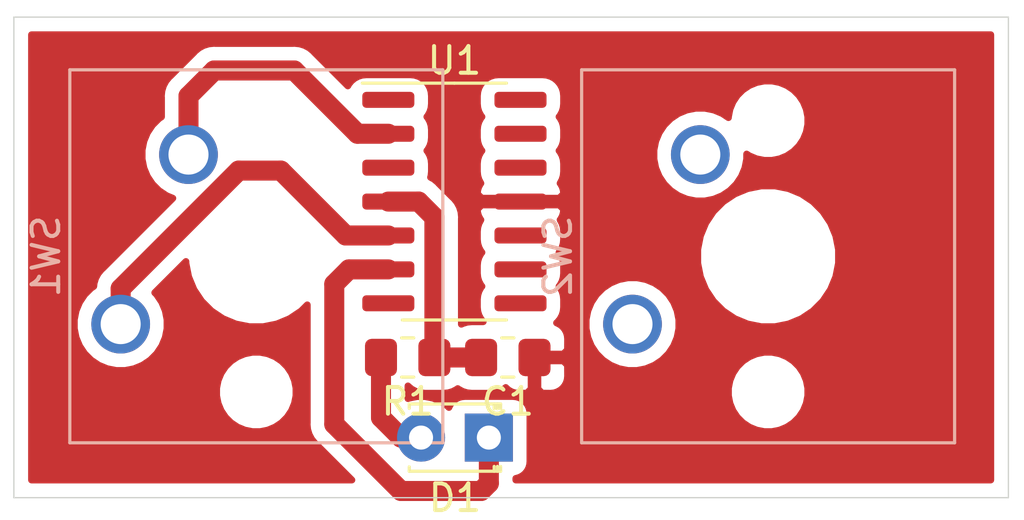
<source format=kicad_pcb>
(kicad_pcb (version 20171130) (host pcbnew "(5.1.9)-1")

  (general
    (thickness 1.6)
    (drawings 4)
    (tracks 24)
    (zones 0)
    (modules 6)
    (nets 18)
  )

  (page A4)
  (layers
    (0 F.Cu signal)
    (31 B.Cu signal)
    (32 B.Adhes user)
    (33 F.Adhes user)
    (34 B.Paste user)
    (35 F.Paste user)
    (36 B.SilkS user)
    (37 F.SilkS user)
    (38 B.Mask user)
    (39 F.Mask user)
    (40 Dwgs.User user)
    (41 Cmts.User user)
    (42 Eco1.User user)
    (43 Eco2.User user)
    (44 Edge.Cuts user)
    (45 Margin user)
    (46 B.CrtYd user)
    (47 F.CrtYd user)
    (48 B.Fab user)
    (49 F.Fab user)
  )

  (setup
    (last_trace_width 0.75)
    (user_trace_width 0.5)
    (user_trace_width 0.75)
    (user_trace_width 1)
    (trace_clearance 0.2)
    (zone_clearance 0.508)
    (zone_45_only no)
    (trace_min 0.2)
    (via_size 0.8)
    (via_drill 0.4)
    (via_min_size 0.4)
    (via_min_drill 0.3)
    (uvia_size 0.3)
    (uvia_drill 0.1)
    (uvias_allowed no)
    (uvia_min_size 0.2)
    (uvia_min_drill 0.1)
    (edge_width 0.05)
    (segment_width 0.2)
    (pcb_text_width 0.3)
    (pcb_text_size 1.5 1.5)
    (mod_edge_width 0.12)
    (mod_text_size 1 1)
    (mod_text_width 0.15)
    (pad_size 1.524 1.524)
    (pad_drill 0.762)
    (pad_to_mask_clearance 0)
    (aux_axis_origin 0 0)
    (visible_elements FFFFFF7F)
    (pcbplotparams
      (layerselection 0x01000_7fffffff)
      (usegerberextensions false)
      (usegerberattributes true)
      (usegerberadvancedattributes true)
      (creategerberjobfile true)
      (excludeedgelayer true)
      (linewidth 0.100000)
      (plotframeref false)
      (viasonmask false)
      (mode 1)
      (useauxorigin false)
      (hpglpennumber 1)
      (hpglpenspeed 20)
      (hpglpendiameter 15.000000)
      (psnegative false)
      (psa4output false)
      (plotreference true)
      (plotvalue true)
      (plotinvisibletext false)
      (padsonsilk false)
      (subtractmaskfromsilk false)
      (outputformat 1)
      (mirror false)
      (drillshape 0)
      (scaleselection 1)
      (outputdirectory ""))
  )

  (net 0 "")
  (net 1 +5V)
  (net 2 GND)
  (net 3 "Net-(D1-Pad2)")
  (net 4 "Net-(D1-Pad1)")
  (net 5 "Net-(U1-Pad14)")
  (net 6 "Net-(U1-Pad13)")
  (net 7 "Net-(U1-Pad12)")
  (net 8 "Net-(U1-Pad10)")
  (net 9 "Net-(U1-Pad9)")
  (net 10 "Net-(U1-Pad8)")
  (net 11 "Net-(U1-Pad7)")
  (net 12 "Net-(U1-Pad3)")
  (net 13 "Net-(U1-Pad1)")
  (net 14 "Net-(SW1-Pad2)")
  (net 15 "Net-(SW1-Pad1)")
  (net 16 "Net-(SW2-Pad2)")
  (net 17 "Net-(SW2-Pad1)")

  (net_class Default "This is the default net class."
    (clearance 0.2)
    (trace_width 0.25)
    (via_dia 0.8)
    (via_drill 0.4)
    (uvia_dia 0.3)
    (uvia_drill 0.1)
    (add_net +5V)
    (add_net GND)
    (add_net "Net-(D1-Pad1)")
    (add_net "Net-(D1-Pad2)")
    (add_net "Net-(SW1-Pad1)")
    (add_net "Net-(SW1-Pad2)")
    (add_net "Net-(SW2-Pad1)")
    (add_net "Net-(SW2-Pad2)")
    (add_net "Net-(U1-Pad1)")
    (add_net "Net-(U1-Pad10)")
    (add_net "Net-(U1-Pad12)")
    (add_net "Net-(U1-Pad13)")
    (add_net "Net-(U1-Pad14)")
    (add_net "Net-(U1-Pad3)")
    (add_net "Net-(U1-Pad7)")
    (add_net "Net-(U1-Pad8)")
    (add_net "Net-(U1-Pad9)")
  )

  (module Button_Switch_Keyboard:SW_Cherry_MX_1.00u_PCB (layer B.Cu) (tedit 5A02FE24) (tstamp 602C72E1)
    (at 83.92 54 270)
    (descr "Cherry MX keyswitch, 1.00u, PCB mount, http://cherryamericas.com/wp-content/uploads/2014/12/mx_cat.pdf")
    (tags "Cherry MX keyswitch 1.00u PCB")
    (path /602DC31A)
    (fp_text reference SW2 (at -2.54 2.794 270) (layer B.SilkS)
      (effects (font (size 1 1) (thickness 0.15)) (justify mirror))
    )
    (fp_text value SW_SPST (at -2.54 -12.954 270) (layer B.Fab)
      (effects (font (size 1 1) (thickness 0.15)) (justify mirror))
    )
    (fp_text user %R (at -2.54 2.794 270) (layer B.Fab)
      (effects (font (size 1 1) (thickness 0.15)) (justify mirror))
    )
    (fp_line (start -8.89 1.27) (end 3.81 1.27) (layer B.Fab) (width 0.1))
    (fp_line (start 3.81 1.27) (end 3.81 -11.43) (layer B.Fab) (width 0.1))
    (fp_line (start 3.81 -11.43) (end -8.89 -11.43) (layer B.Fab) (width 0.1))
    (fp_line (start -8.89 -11.43) (end -8.89 1.27) (layer B.Fab) (width 0.1))
    (fp_line (start -9.14 -11.68) (end -9.14 1.52) (layer B.CrtYd) (width 0.05))
    (fp_line (start 4.06 -11.68) (end -9.14 -11.68) (layer B.CrtYd) (width 0.05))
    (fp_line (start 4.06 1.52) (end 4.06 -11.68) (layer B.CrtYd) (width 0.05))
    (fp_line (start -9.14 1.52) (end 4.06 1.52) (layer B.CrtYd) (width 0.05))
    (fp_line (start -12.065 4.445) (end 6.985 4.445) (layer Dwgs.User) (width 0.15))
    (fp_line (start 6.985 4.445) (end 6.985 -14.605) (layer Dwgs.User) (width 0.15))
    (fp_line (start 6.985 -14.605) (end -12.065 -14.605) (layer Dwgs.User) (width 0.15))
    (fp_line (start -12.065 -14.605) (end -12.065 4.445) (layer Dwgs.User) (width 0.15))
    (fp_line (start -9.525 1.905) (end 4.445 1.905) (layer B.SilkS) (width 0.12))
    (fp_line (start 4.445 1.905) (end 4.445 -12.065) (layer B.SilkS) (width 0.12))
    (fp_line (start 4.445 -12.065) (end -9.525 -12.065) (layer B.SilkS) (width 0.12))
    (fp_line (start -9.525 -12.065) (end -9.525 1.905) (layer B.SilkS) (width 0.12))
    (pad "" np_thru_hole circle (at 2.54 -5.08 270) (size 1.7 1.7) (drill 1.7) (layers *.Cu *.Mask))
    (pad "" np_thru_hole circle (at -7.62 -5.08 270) (size 1.7 1.7) (drill 1.7) (layers *.Cu *.Mask))
    (pad "" np_thru_hole circle (at -2.54 -5.08 270) (size 4 4) (drill 4) (layers *.Cu *.Mask))
    (pad 2 thru_hole circle (at -6.35 -2.54 270) (size 2.2 2.2) (drill 1.5) (layers *.Cu *.Mask)
      (net 16 "Net-(SW2-Pad2)"))
    (pad 1 thru_hole circle (at 0 0 270) (size 2.2 2.2) (drill 1.5) (layers *.Cu *.Mask)
      (net 17 "Net-(SW2-Pad1)"))
    (model ${KISYS3DMOD}/Button_Switch_Keyboard.3dshapes/SW_Cherry_MX_1.00u_PCB.wrl
      (at (xyz 0 0 0))
      (scale (xyz 1 1 1))
      (rotate (xyz 0 0 0))
    )
  )

  (module Button_Switch_Keyboard:SW_Cherry_MX_1.00u_PCB (layer B.Cu) (tedit 5A02FE24) (tstamp 602C72C7)
    (at 64.75 54 270)
    (descr "Cherry MX keyswitch, 1.00u, PCB mount, http://cherryamericas.com/wp-content/uploads/2014/12/mx_cat.pdf")
    (tags "Cherry MX keyswitch 1.00u PCB")
    (path /602D2E53)
    (fp_text reference SW1 (at -2.54 2.794 270) (layer B.SilkS)
      (effects (font (size 1 1) (thickness 0.15)) (justify mirror))
    )
    (fp_text value SW_SPST (at -2.54 -12.954 270) (layer B.Fab)
      (effects (font (size 1 1) (thickness 0.15)) (justify mirror))
    )
    (fp_text user %R (at -2.54 2.794 270) (layer B.Fab)
      (effects (font (size 1 1) (thickness 0.15)) (justify mirror))
    )
    (fp_line (start -8.89 1.27) (end 3.81 1.27) (layer B.Fab) (width 0.1))
    (fp_line (start 3.81 1.27) (end 3.81 -11.43) (layer B.Fab) (width 0.1))
    (fp_line (start 3.81 -11.43) (end -8.89 -11.43) (layer B.Fab) (width 0.1))
    (fp_line (start -8.89 -11.43) (end -8.89 1.27) (layer B.Fab) (width 0.1))
    (fp_line (start -9.14 -11.68) (end -9.14 1.52) (layer B.CrtYd) (width 0.05))
    (fp_line (start 4.06 -11.68) (end -9.14 -11.68) (layer B.CrtYd) (width 0.05))
    (fp_line (start 4.06 1.52) (end 4.06 -11.68) (layer B.CrtYd) (width 0.05))
    (fp_line (start -9.14 1.52) (end 4.06 1.52) (layer B.CrtYd) (width 0.05))
    (fp_line (start -12.065 4.445) (end 6.985 4.445) (layer Dwgs.User) (width 0.15))
    (fp_line (start 6.985 4.445) (end 6.985 -14.605) (layer Dwgs.User) (width 0.15))
    (fp_line (start 6.985 -14.605) (end -12.065 -14.605) (layer Dwgs.User) (width 0.15))
    (fp_line (start -12.065 -14.605) (end -12.065 4.445) (layer Dwgs.User) (width 0.15))
    (fp_line (start -9.525 1.905) (end 4.445 1.905) (layer B.SilkS) (width 0.12))
    (fp_line (start 4.445 1.905) (end 4.445 -12.065) (layer B.SilkS) (width 0.12))
    (fp_line (start 4.445 -12.065) (end -9.525 -12.065) (layer B.SilkS) (width 0.12))
    (fp_line (start -9.525 -12.065) (end -9.525 1.905) (layer B.SilkS) (width 0.12))
    (pad "" np_thru_hole circle (at 2.54 -5.08 270) (size 1.7 1.7) (drill 1.7) (layers *.Cu *.Mask))
    (pad "" np_thru_hole circle (at -7.62 -5.08 270) (size 1.7 1.7) (drill 1.7) (layers *.Cu *.Mask))
    (pad "" np_thru_hole circle (at -2.54 -5.08 270) (size 4 4) (drill 4) (layers *.Cu *.Mask))
    (pad 2 thru_hole circle (at -6.35 -2.54 270) (size 2.2 2.2) (drill 1.5) (layers *.Cu *.Mask)
      (net 14 "Net-(SW1-Pad2)"))
    (pad 1 thru_hole circle (at 0 0 270) (size 2.2 2.2) (drill 1.5) (layers *.Cu *.Mask)
      (net 15 "Net-(SW1-Pad1)"))
    (model ${KISYS3DMOD}/Button_Switch_Keyboard.3dshapes/SW_Cherry_MX_1.00u_PCB.wrl
      (at (xyz 0 0 0))
      (scale (xyz 1 1 1))
      (rotate (xyz 0 0 0))
    )
  )

  (module Resistor_SMD:R_0805_2012Metric_Pad1.20x1.40mm_HandSolder (layer F.Cu) (tedit 5F68FEEE) (tstamp 602C0EA9)
    (at 75.5 55.25 180)
    (descr "Resistor SMD 0805 (2012 Metric), square (rectangular) end terminal, IPC_7351 nominal with elongated pad for handsoldering. (Body size source: IPC-SM-782 page 72, https://www.pcb-3d.com/wordpress/wp-content/uploads/ipc-sm-782a_amendment_1_and_2.pdf), generated with kicad-footprint-generator")
    (tags "resistor handsolder")
    (path /602C485A)
    (attr smd)
    (fp_text reference R1 (at 0 -1.65) (layer F.SilkS)
      (effects (font (size 1 1) (thickness 0.15)))
    )
    (fp_text value R (at 0 1.65) (layer F.Fab)
      (effects (font (size 1 1) (thickness 0.15)))
    )
    (fp_text user %R (at 0 0) (layer F.Fab)
      (effects (font (size 0.5 0.5) (thickness 0.08)))
    )
    (fp_line (start -1 0.625) (end -1 -0.625) (layer F.Fab) (width 0.1))
    (fp_line (start -1 -0.625) (end 1 -0.625) (layer F.Fab) (width 0.1))
    (fp_line (start 1 -0.625) (end 1 0.625) (layer F.Fab) (width 0.1))
    (fp_line (start 1 0.625) (end -1 0.625) (layer F.Fab) (width 0.1))
    (fp_line (start -0.227064 -0.735) (end 0.227064 -0.735) (layer F.SilkS) (width 0.12))
    (fp_line (start -0.227064 0.735) (end 0.227064 0.735) (layer F.SilkS) (width 0.12))
    (fp_line (start -1.85 0.95) (end -1.85 -0.95) (layer F.CrtYd) (width 0.05))
    (fp_line (start -1.85 -0.95) (end 1.85 -0.95) (layer F.CrtYd) (width 0.05))
    (fp_line (start 1.85 -0.95) (end 1.85 0.95) (layer F.CrtYd) (width 0.05))
    (fp_line (start 1.85 0.95) (end -1.85 0.95) (layer F.CrtYd) (width 0.05))
    (pad 2 smd roundrect (at 1 0 180) (size 1.2 1.4) (layers F.Cu F.Paste F.Mask) (roundrect_rratio 0.2083325)
      (net 3 "Net-(D1-Pad2)"))
    (pad 1 smd roundrect (at -1 0 180) (size 1.2 1.4) (layers F.Cu F.Paste F.Mask) (roundrect_rratio 0.2083325)
      (net 1 +5V))
    (model ${KISYS3DMOD}/Resistor_SMD.3dshapes/R_0805_2012Metric.wrl
      (at (xyz 0 0 0))
      (scale (xyz 1 1 1))
      (rotate (xyz 0 0 0))
    )
  )

  (module Resistor_SMD:R_0805_2012Metric_Pad1.20x1.40mm_HandSolder (layer F.Cu) (tedit 5F68FEEE) (tstamp 602C0E17)
    (at 79.25 55.25 180)
    (descr "Resistor SMD 0805 (2012 Metric), square (rectangular) end terminal, IPC_7351 nominal with elongated pad for handsoldering. (Body size source: IPC-SM-782 page 72, https://www.pcb-3d.com/wordpress/wp-content/uploads/ipc-sm-782a_amendment_1_and_2.pdf), generated with kicad-footprint-generator")
    (tags "resistor handsolder")
    (path /602C59AA)
    (attr smd)
    (fp_text reference C1 (at 0 -1.65) (layer F.SilkS)
      (effects (font (size 1 1) (thickness 0.15)))
    )
    (fp_text value C (at 0 1.65) (layer F.Fab)
      (effects (font (size 1 1) (thickness 0.15)))
    )
    (fp_text user %R (at 0 0) (layer F.Fab)
      (effects (font (size 0.5 0.5) (thickness 0.08)))
    )
    (fp_line (start -1 0.625) (end -1 -0.625) (layer F.Fab) (width 0.1))
    (fp_line (start -1 -0.625) (end 1 -0.625) (layer F.Fab) (width 0.1))
    (fp_line (start 1 -0.625) (end 1 0.625) (layer F.Fab) (width 0.1))
    (fp_line (start 1 0.625) (end -1 0.625) (layer F.Fab) (width 0.1))
    (fp_line (start -0.227064 -0.735) (end 0.227064 -0.735) (layer F.SilkS) (width 0.12))
    (fp_line (start -0.227064 0.735) (end 0.227064 0.735) (layer F.SilkS) (width 0.12))
    (fp_line (start -1.85 0.95) (end -1.85 -0.95) (layer F.CrtYd) (width 0.05))
    (fp_line (start -1.85 -0.95) (end 1.85 -0.95) (layer F.CrtYd) (width 0.05))
    (fp_line (start 1.85 -0.95) (end 1.85 0.95) (layer F.CrtYd) (width 0.05))
    (fp_line (start 1.85 0.95) (end -1.85 0.95) (layer F.CrtYd) (width 0.05))
    (pad 2 smd roundrect (at 1 0 180) (size 1.2 1.4) (layers F.Cu F.Paste F.Mask) (roundrect_rratio 0.2083325)
      (net 1 +5V))
    (pad 1 smd roundrect (at -1 0 180) (size 1.2 1.4) (layers F.Cu F.Paste F.Mask) (roundrect_rratio 0.2083325)
      (net 2 GND))
    (model ${KISYS3DMOD}/Resistor_SMD.3dshapes/R_0805_2012Metric.wrl
      (at (xyz 0 0 0))
      (scale (xyz 1 1 1))
      (rotate (xyz 0 0 0))
    )
  )

  (module Package_SO:SO-14_3.9x8.65mm_P1.27mm (layer F.Cu) (tedit 5F427CE7) (tstamp 602C07A8)
    (at 77.25 49.41)
    (descr "SO, 14 Pin (https://www.st.com/resource/en/datasheet/l6491.pdf), generated with kicad-footprint-generator ipc_gullwing_generator.py")
    (tags "SO SO")
    (path /602C071D)
    (attr smd)
    (fp_text reference U1 (at 0 -5.28) (layer F.SilkS)
      (effects (font (size 1 1) (thickness 0.15)))
    )
    (fp_text value IDK_IC (at 0 5.28) (layer F.Fab)
      (effects (font (size 1 1) (thickness 0.15)))
    )
    (fp_text user %R (at 0 0) (layer F.Fab)
      (effects (font (size 0.98 0.98) (thickness 0.15)))
    )
    (fp_line (start 0 4.435) (end 1.95 4.435) (layer F.SilkS) (width 0.12))
    (fp_line (start 0 4.435) (end -1.95 4.435) (layer F.SilkS) (width 0.12))
    (fp_line (start 0 -4.435) (end 1.95 -4.435) (layer F.SilkS) (width 0.12))
    (fp_line (start 0 -4.435) (end -3.45 -4.435) (layer F.SilkS) (width 0.12))
    (fp_line (start -0.975 -4.325) (end 1.95 -4.325) (layer F.Fab) (width 0.1))
    (fp_line (start 1.95 -4.325) (end 1.95 4.325) (layer F.Fab) (width 0.1))
    (fp_line (start 1.95 4.325) (end -1.95 4.325) (layer F.Fab) (width 0.1))
    (fp_line (start -1.95 4.325) (end -1.95 -3.35) (layer F.Fab) (width 0.1))
    (fp_line (start -1.95 -3.35) (end -0.975 -4.325) (layer F.Fab) (width 0.1))
    (fp_line (start -3.7 -4.58) (end -3.7 4.58) (layer F.CrtYd) (width 0.05))
    (fp_line (start -3.7 4.58) (end 3.7 4.58) (layer F.CrtYd) (width 0.05))
    (fp_line (start 3.7 4.58) (end 3.7 -4.58) (layer F.CrtYd) (width 0.05))
    (fp_line (start 3.7 -4.58) (end -3.7 -4.58) (layer F.CrtYd) (width 0.05))
    (pad 14 smd roundrect (at 2.475 -3.81) (size 1.95 0.6) (layers F.Cu F.Paste F.Mask) (roundrect_rratio 0.25)
      (net 5 "Net-(U1-Pad14)"))
    (pad 13 smd roundrect (at 2.475 -2.54) (size 1.95 0.6) (layers F.Cu F.Paste F.Mask) (roundrect_rratio 0.25)
      (net 6 "Net-(U1-Pad13)"))
    (pad 12 smd roundrect (at 2.475 -1.27) (size 1.95 0.6) (layers F.Cu F.Paste F.Mask) (roundrect_rratio 0.25)
      (net 7 "Net-(U1-Pad12)"))
    (pad 11 smd roundrect (at 2.475 0) (size 1.95 0.6) (layers F.Cu F.Paste F.Mask) (roundrect_rratio 0.25)
      (net 2 GND))
    (pad 10 smd roundrect (at 2.475 1.27) (size 1.95 0.6) (layers F.Cu F.Paste F.Mask) (roundrect_rratio 0.25)
      (net 8 "Net-(U1-Pad10)"))
    (pad 9 smd roundrect (at 2.475 2.54) (size 1.95 0.6) (layers F.Cu F.Paste F.Mask) (roundrect_rratio 0.25)
      (net 9 "Net-(U1-Pad9)"))
    (pad 8 smd roundrect (at 2.475 3.81) (size 1.95 0.6) (layers F.Cu F.Paste F.Mask) (roundrect_rratio 0.25)
      (net 10 "Net-(U1-Pad8)"))
    (pad 7 smd roundrect (at -2.475 3.81) (size 1.95 0.6) (layers F.Cu F.Paste F.Mask) (roundrect_rratio 0.25)
      (net 11 "Net-(U1-Pad7)"))
    (pad 6 smd roundrect (at -2.475 2.54) (size 1.95 0.6) (layers F.Cu F.Paste F.Mask) (roundrect_rratio 0.25)
      (net 4 "Net-(D1-Pad1)"))
    (pad 5 smd roundrect (at -2.475 1.27) (size 1.95 0.6) (layers F.Cu F.Paste F.Mask) (roundrect_rratio 0.25)
      (net 15 "Net-(SW1-Pad1)"))
    (pad 4 smd roundrect (at -2.475 0) (size 1.95 0.6) (layers F.Cu F.Paste F.Mask) (roundrect_rratio 0.25)
      (net 1 +5V))
    (pad 3 smd roundrect (at -2.475 -1.27) (size 1.95 0.6) (layers F.Cu F.Paste F.Mask) (roundrect_rratio 0.25)
      (net 12 "Net-(U1-Pad3)"))
    (pad 2 smd roundrect (at -2.475 -2.54) (size 1.95 0.6) (layers F.Cu F.Paste F.Mask) (roundrect_rratio 0.25)
      (net 14 "Net-(SW1-Pad2)"))
    (pad 1 smd roundrect (at -2.475 -3.81) (size 1.95 0.6) (layers F.Cu F.Paste F.Mask) (roundrect_rratio 0.25)
      (net 13 "Net-(U1-Pad1)"))
    (model ${KISYS3DMOD}/Package_SO.3dshapes/SO-14_3.9x8.65mm_P1.27mm.wrl
      (at (xyz 0 0 0))
      (scale (xyz 1 1 1))
      (rotate (xyz 0 0 0))
    )
  )

  (module LED_THT:LED_D1.8mm_W3.3mm_H2.4mm (layer F.Cu) (tedit 5880A862) (tstamp 602C0777)
    (at 78.54 58.25 180)
    (descr "LED, Round,  Rectangular size 3.3x2.4mm^2 diameter 1.8mm, 2 pins")
    (tags "LED Round  Rectangular size 3.3x2.4mm^2 diameter 1.8mm 2 pins")
    (path /602C3B5C)
    (fp_text reference D1 (at 1.27 -2.26) (layer F.SilkS)
      (effects (font (size 1 1) (thickness 0.15)))
    )
    (fp_text value LED (at 1.27 2.26) (layer F.Fab)
      (effects (font (size 1 1) (thickness 0.15)))
    )
    (fp_circle (center 1.27 0) (end 2.17 0) (layer F.Fab) (width 0.1))
    (fp_line (start -0.38 -1.2) (end -0.38 1.2) (layer F.Fab) (width 0.1))
    (fp_line (start -0.38 1.2) (end 2.92 1.2) (layer F.Fab) (width 0.1))
    (fp_line (start 2.92 1.2) (end 2.92 -1.2) (layer F.Fab) (width 0.1))
    (fp_line (start 2.92 -1.2) (end -0.38 -1.2) (layer F.Fab) (width 0.1))
    (fp_line (start -0.44 -1.26) (end 2.98 -1.26) (layer F.SilkS) (width 0.12))
    (fp_line (start -0.44 1.26) (end 2.98 1.26) (layer F.SilkS) (width 0.12))
    (fp_line (start -0.44 -1.26) (end -0.44 -1.08) (layer F.SilkS) (width 0.12))
    (fp_line (start -0.44 1.08) (end -0.44 1.26) (layer F.SilkS) (width 0.12))
    (fp_line (start 2.98 -1.26) (end 2.98 -1.095) (layer F.SilkS) (width 0.12))
    (fp_line (start 2.98 1.095) (end 2.98 1.26) (layer F.SilkS) (width 0.12))
    (fp_line (start -0.32 -1.26) (end -0.32 -1.08) (layer F.SilkS) (width 0.12))
    (fp_line (start -0.32 1.08) (end -0.32 1.26) (layer F.SilkS) (width 0.12))
    (fp_line (start -0.2 -1.26) (end -0.2 -1.08) (layer F.SilkS) (width 0.12))
    (fp_line (start -0.2 1.08) (end -0.2 1.26) (layer F.SilkS) (width 0.12))
    (fp_line (start -1.15 -1.55) (end -1.15 1.55) (layer F.CrtYd) (width 0.05))
    (fp_line (start -1.15 1.55) (end 3.7 1.55) (layer F.CrtYd) (width 0.05))
    (fp_line (start 3.7 1.55) (end 3.7 -1.55) (layer F.CrtYd) (width 0.05))
    (fp_line (start 3.7 -1.55) (end -1.15 -1.55) (layer F.CrtYd) (width 0.05))
    (pad 2 thru_hole circle (at 2.54 0 180) (size 1.8 1.8) (drill 0.9) (layers *.Cu *.Mask)
      (net 3 "Net-(D1-Pad2)"))
    (pad 1 thru_hole rect (at 0 0 180) (size 1.8 1.8) (drill 0.9) (layers *.Cu *.Mask)
      (net 4 "Net-(D1-Pad1)"))
    (model ${KISYS3DMOD}/LED_THT.3dshapes/LED_D1.8mm_W3.3mm_H2.4mm.wrl
      (at (xyz 0 0 0))
      (scale (xyz 1 1 1))
      (rotate (xyz 0 0 0))
    )
  )

  (gr_line (start 98 60.5) (end 98 42.5) (layer Edge.Cuts) (width 0.05) (tstamp 602C7660))
  (gr_line (start 60.75 60.5) (end 98 60.5) (layer Edge.Cuts) (width 0.05))
  (gr_line (start 60.75 42.5) (end 60.75 60.5) (layer Edge.Cuts) (width 0.05))
  (gr_line (start 98 42.5) (end 60.75 42.5) (layer Edge.Cuts) (width 0.05))

  (segment (start 76.5 50) (end 76.5 55.25) (width 0.75) (layer F.Cu) (net 1))
  (segment (start 75.91 49.41) (end 76.5 50) (width 0.75) (layer F.Cu) (net 1))
  (segment (start 74.775 49.41) (end 75.91 49.41) (width 0.75) (layer F.Cu) (net 1))
  (segment (start 76.5 55.25) (end 78.25 55.25) (width 0.75) (layer F.Cu) (net 1))
  (segment (start 76 58.25) (end 75.25 58.25) (width 0.75) (layer F.Cu) (net 3))
  (segment (start 74.5 57.5) (end 74.5 55.25) (width 0.75) (layer F.Cu) (net 3))
  (segment (start 75.25 58.25) (end 74.5 57.5) (width 0.75) (layer F.Cu) (net 3))
  (segment (start 72.75 52.5) (end 73.3 51.95) (width 0.75) (layer F.Cu) (net 4))
  (segment (start 73.3 51.95) (end 74.775 51.95) (width 0.75) (layer F.Cu) (net 4))
  (segment (start 72.75 57.75) (end 72.75 52.5) (width 0.75) (layer F.Cu) (net 4))
  (segment (start 75.25 60.25) (end 72.75 57.75) (width 0.75) (layer F.Cu) (net 4))
  (segment (start 78.25 60.25) (end 75.25 60.25) (width 0.75) (layer F.Cu) (net 4))
  (segment (start 78.54 59.96) (end 78.25 60.25) (width 0.75) (layer F.Cu) (net 4))
  (segment (start 78.54 58.25) (end 78.54 59.96) (width 0.75) (layer F.Cu) (net 4))
  (segment (start 74.775 46.87) (end 73.62 46.87) (width 0.75) (layer F.Cu) (net 14))
  (segment (start 73.62 46.87) (end 71.25 44.5) (width 0.75) (layer F.Cu) (net 14))
  (segment (start 71.25 44.5) (end 68.25 44.5) (width 0.75) (layer F.Cu) (net 14))
  (segment (start 67.29 45.46) (end 67.29 47.65) (width 0.75) (layer F.Cu) (net 14))
  (segment (start 68.25 44.5) (end 67.29 45.46) (width 0.75) (layer F.Cu) (net 14))
  (segment (start 64.75 52.669002) (end 64.75 54) (width 0.75) (layer F.Cu) (net 15))
  (segment (start 69.169002 48.25) (end 64.75 52.669002) (width 0.75) (layer F.Cu) (net 15))
  (segment (start 70.75 48.25) (end 69.169002 48.25) (width 0.75) (layer F.Cu) (net 15))
  (segment (start 73.18 50.68) (end 70.75 48.25) (width 0.75) (layer F.Cu) (net 15))
  (segment (start 74.775 50.68) (end 73.18 50.68) (width 0.75) (layer F.Cu) (net 15))

  (zone (net 2) (net_name GND) (layer F.Cu) (tstamp 602C7663) (hatch edge 0.508)
    (connect_pads (clearance 0.508))
    (min_thickness 0.254)
    (fill yes (arc_segments 32) (thermal_gap 0.508) (thermal_bridge_width 0.508))
    (polygon
      (pts
        (xy 98.25 60.75) (xy 60.5 60.75) (xy 60.5 42.25) (xy 98.25 42.25)
      )
    )
    (filled_polygon
      (pts
        (xy 97.34 59.84) (xy 79.55 59.84) (xy 79.55 59.777238) (xy 79.564482 59.775812) (xy 79.68418 59.739502)
        (xy 79.794494 59.680537) (xy 79.891185 59.601185) (xy 79.970537 59.504494) (xy 80.029502 59.39418) (xy 80.065812 59.274482)
        (xy 80.078072 59.15) (xy 80.078072 57.35) (xy 80.065812 57.225518) (xy 80.029502 57.10582) (xy 79.970537 56.995506)
        (xy 79.891185 56.898815) (xy 79.794494 56.819463) (xy 79.68418 56.760498) (xy 79.564482 56.724188) (xy 79.44 56.711928)
        (xy 77.64 56.711928) (xy 77.515518 56.724188) (xy 77.39582 56.760498) (xy 77.285506 56.819463) (xy 77.188815 56.898815)
        (xy 77.109463 56.995506) (xy 77.050498 57.10582) (xy 77.044944 57.124127) (xy 76.978505 57.057688) (xy 76.727095 56.889701)
        (xy 76.447743 56.773989) (xy 76.151184 56.715) (xy 75.848816 56.715) (xy 75.552257 56.773989) (xy 75.51 56.791493)
        (xy 75.51 56.313294) (xy 75.522038 56.327962) (xy 75.656613 56.438405) (xy 75.810149 56.520472) (xy 75.976745 56.571008)
        (xy 76.149999 56.588072) (xy 76.850001 56.588072) (xy 77.023255 56.571008) (xy 77.189851 56.520472) (xy 77.343387 56.438405)
        (xy 77.375 56.412461) (xy 77.406613 56.438405) (xy 77.560149 56.520472) (xy 77.726745 56.571008) (xy 77.899999 56.588072)
        (xy 78.600001 56.588072) (xy 78.773255 56.571008) (xy 78.939851 56.520472) (xy 79.093387 56.438405) (xy 79.174637 56.371724)
        (xy 79.198815 56.401185) (xy 79.295506 56.480537) (xy 79.40582 56.539502) (xy 79.525518 56.575812) (xy 79.65 56.588072)
        (xy 79.96425 56.585) (xy 80.123 56.42625) (xy 80.123 55.377) (xy 80.377 55.377) (xy 80.377 56.42625)
        (xy 80.53575 56.585) (xy 80.85 56.588072) (xy 80.974482 56.575812) (xy 81.09418 56.539502) (xy 81.204494 56.480537)
        (xy 81.301185 56.401185) (xy 81.307294 56.39374) (xy 87.515 56.39374) (xy 87.515 56.68626) (xy 87.572068 56.973158)
        (xy 87.68401 57.243411) (xy 87.846525 57.486632) (xy 88.053368 57.693475) (xy 88.296589 57.85599) (xy 88.566842 57.967932)
        (xy 88.85374 58.025) (xy 89.14626 58.025) (xy 89.433158 57.967932) (xy 89.703411 57.85599) (xy 89.946632 57.693475)
        (xy 90.153475 57.486632) (xy 90.31599 57.243411) (xy 90.427932 56.973158) (xy 90.485 56.68626) (xy 90.485 56.39374)
        (xy 90.427932 56.106842) (xy 90.31599 55.836589) (xy 90.153475 55.593368) (xy 89.946632 55.386525) (xy 89.703411 55.22401)
        (xy 89.433158 55.112068) (xy 89.14626 55.055) (xy 88.85374 55.055) (xy 88.566842 55.112068) (xy 88.296589 55.22401)
        (xy 88.053368 55.386525) (xy 87.846525 55.593368) (xy 87.68401 55.836589) (xy 87.572068 56.106842) (xy 87.515 56.39374)
        (xy 81.307294 56.39374) (xy 81.380537 56.304494) (xy 81.439502 56.19418) (xy 81.475812 56.074482) (xy 81.488072 55.95)
        (xy 81.485 55.53575) (xy 81.32625 55.377) (xy 80.377 55.377) (xy 80.123 55.377) (xy 80.103 55.377)
        (xy 80.103 55.123) (xy 80.123 55.123) (xy 80.123 55.103) (xy 80.377 55.103) (xy 80.377 55.123)
        (xy 81.32625 55.123) (xy 81.485 54.96425) (xy 81.488072 54.55) (xy 81.475812 54.425518) (xy 81.439502 54.30582)
        (xy 81.380537 54.195506) (xy 81.301185 54.098815) (xy 81.204494 54.019463) (xy 81.09418 53.960498) (xy 81.074145 53.95442)
        (xy 81.107251 53.927251) (xy 81.187787 53.829117) (xy 82.185 53.829117) (xy 82.185 54.170883) (xy 82.251675 54.506081)
        (xy 82.382463 54.821831) (xy 82.572337 55.105998) (xy 82.814002 55.347663) (xy 83.098169 55.537537) (xy 83.413919 55.668325)
        (xy 83.749117 55.735) (xy 84.090883 55.735) (xy 84.426081 55.668325) (xy 84.741831 55.537537) (xy 85.025998 55.347663)
        (xy 85.267663 55.105998) (xy 85.457537 54.821831) (xy 85.588325 54.506081) (xy 85.655 54.170883) (xy 85.655 53.829117)
        (xy 85.588325 53.493919) (xy 85.457537 53.178169) (xy 85.267663 52.894002) (xy 85.025998 52.652337) (xy 84.741831 52.462463)
        (xy 84.426081 52.331675) (xy 84.090883 52.265) (xy 83.749117 52.265) (xy 83.413919 52.331675) (xy 83.098169 52.462463)
        (xy 82.814002 52.652337) (xy 82.572337 52.894002) (xy 82.382463 53.178169) (xy 82.251675 53.493919) (xy 82.185 53.829117)
        (xy 81.187787 53.829117) (xy 81.205258 53.807829) (xy 81.278084 53.671582) (xy 81.322929 53.523745) (xy 81.338072 53.37)
        (xy 81.338072 53.07) (xy 81.322929 52.916255) (xy 81.278084 52.768418) (xy 81.205258 52.632171) (xy 81.166546 52.585)
        (xy 81.205258 52.537829) (xy 81.278084 52.401582) (xy 81.322929 52.253745) (xy 81.338072 52.1) (xy 81.338072 51.8)
        (xy 81.322929 51.646255) (xy 81.278084 51.498418) (xy 81.205258 51.362171) (xy 81.166546 51.315) (xy 81.205258 51.267829)
        (xy 81.241259 51.200475) (xy 86.365 51.200475) (xy 86.365 51.719525) (xy 86.466261 52.228601) (xy 86.664893 52.708141)
        (xy 86.953262 53.139715) (xy 87.320285 53.506738) (xy 87.751859 53.795107) (xy 88.231399 53.993739) (xy 88.740475 54.095)
        (xy 89.259525 54.095) (xy 89.768601 53.993739) (xy 90.248141 53.795107) (xy 90.679715 53.506738) (xy 91.046738 53.139715)
        (xy 91.335107 52.708141) (xy 91.533739 52.228601) (xy 91.635 51.719525) (xy 91.635 51.200475) (xy 91.533739 50.691399)
        (xy 91.335107 50.211859) (xy 91.046738 49.780285) (xy 90.679715 49.413262) (xy 90.248141 49.124893) (xy 89.768601 48.926261)
        (xy 89.259525 48.825) (xy 88.740475 48.825) (xy 88.231399 48.926261) (xy 87.751859 49.124893) (xy 87.320285 49.413262)
        (xy 86.953262 49.780285) (xy 86.664893 50.211859) (xy 86.466261 50.691399) (xy 86.365 51.200475) (xy 81.241259 51.200475)
        (xy 81.278084 51.131582) (xy 81.322929 50.983745) (xy 81.338072 50.83) (xy 81.338072 50.53) (xy 81.322929 50.376255)
        (xy 81.278084 50.228418) (xy 81.20627 50.094064) (xy 81.230537 50.064494) (xy 81.289502 49.95418) (xy 81.325812 49.834482)
        (xy 81.338072 49.71) (xy 81.335 49.69575) (xy 81.17625 49.537) (xy 79.852 49.537) (xy 79.852 49.557)
        (xy 79.598 49.557) (xy 79.598 49.537) (xy 78.27375 49.537) (xy 78.115 49.69575) (xy 78.111928 49.71)
        (xy 78.124188 49.834482) (xy 78.160498 49.95418) (xy 78.219463 50.064494) (xy 78.24373 50.094064) (xy 78.171916 50.228418)
        (xy 78.127071 50.376255) (xy 78.111928 50.53) (xy 78.111928 50.83) (xy 78.127071 50.983745) (xy 78.171916 51.131582)
        (xy 78.244742 51.267829) (xy 78.283454 51.315) (xy 78.244742 51.362171) (xy 78.171916 51.498418) (xy 78.127071 51.646255)
        (xy 78.111928 51.8) (xy 78.111928 52.1) (xy 78.127071 52.253745) (xy 78.171916 52.401582) (xy 78.244742 52.537829)
        (xy 78.283454 52.585) (xy 78.244742 52.632171) (xy 78.171916 52.768418) (xy 78.127071 52.916255) (xy 78.111928 53.07)
        (xy 78.111928 53.37) (xy 78.127071 53.523745) (xy 78.171916 53.671582) (xy 78.244742 53.807829) (xy 78.330174 53.911928)
        (xy 77.899999 53.911928) (xy 77.726745 53.928992) (xy 77.560149 53.979528) (xy 77.51 54.006333) (xy 77.51 50.049607)
        (xy 77.514886 49.999999) (xy 77.495385 49.802005) (xy 77.437632 49.61162) (xy 77.435694 49.607994) (xy 77.343847 49.43616)
        (xy 77.217633 49.282367) (xy 77.179094 49.250739) (xy 76.659261 48.730906) (xy 76.627633 48.692367) (xy 76.47384 48.566153)
        (xy 76.355057 48.502662) (xy 76.372929 48.443745) (xy 76.388072 48.29) (xy 76.388072 47.99) (xy 76.372929 47.836255)
        (xy 76.328084 47.688418) (xy 76.255258 47.552171) (xy 76.216546 47.505) (xy 76.255258 47.457829) (xy 76.328084 47.321582)
        (xy 76.372929 47.173745) (xy 76.388072 47.02) (xy 76.388072 46.72) (xy 76.372929 46.566255) (xy 76.328084 46.418418)
        (xy 76.255258 46.282171) (xy 76.216546 46.235) (xy 76.255258 46.187829) (xy 76.328084 46.051582) (xy 76.372929 45.903745)
        (xy 76.388072 45.75) (xy 76.388072 45.45) (xy 78.111928 45.45) (xy 78.111928 45.75) (xy 78.127071 45.903745)
        (xy 78.171916 46.051582) (xy 78.244742 46.187829) (xy 78.283454 46.235) (xy 78.244742 46.282171) (xy 78.171916 46.418418)
        (xy 78.127071 46.566255) (xy 78.111928 46.72) (xy 78.111928 47.02) (xy 78.127071 47.173745) (xy 78.171916 47.321582)
        (xy 78.244742 47.457829) (xy 78.283454 47.505) (xy 78.244742 47.552171) (xy 78.171916 47.688418) (xy 78.127071 47.836255)
        (xy 78.111928 47.99) (xy 78.111928 48.29) (xy 78.127071 48.443745) (xy 78.171916 48.591582) (xy 78.24373 48.725936)
        (xy 78.219463 48.755506) (xy 78.160498 48.86582) (xy 78.124188 48.985518) (xy 78.111928 49.11) (xy 78.115 49.12425)
        (xy 78.27375 49.283) (xy 79.598 49.283) (xy 79.598 49.263) (xy 79.852 49.263) (xy 79.852 49.283)
        (xy 81.17625 49.283) (xy 81.335 49.12425) (xy 81.338072 49.11) (xy 81.325812 48.985518) (xy 81.289502 48.86582)
        (xy 81.230537 48.755506) (xy 81.20627 48.725936) (xy 81.278084 48.591582) (xy 81.322929 48.443745) (xy 81.338072 48.29)
        (xy 81.338072 47.99) (xy 81.322929 47.836255) (xy 81.278084 47.688418) (xy 81.205258 47.552171) (xy 81.166546 47.505)
        (xy 81.187787 47.479117) (xy 84.725 47.479117) (xy 84.725 47.820883) (xy 84.791675 48.156081) (xy 84.922463 48.471831)
        (xy 85.112337 48.755998) (xy 85.354002 48.997663) (xy 85.638169 49.187537) (xy 85.953919 49.318325) (xy 86.289117 49.385)
        (xy 86.630883 49.385) (xy 86.966081 49.318325) (xy 87.281831 49.187537) (xy 87.565998 48.997663) (xy 87.807663 48.755998)
        (xy 87.997537 48.471831) (xy 88.128325 48.156081) (xy 88.195 47.820883) (xy 88.195 47.62811) (xy 88.296589 47.69599)
        (xy 88.566842 47.807932) (xy 88.85374 47.865) (xy 89.14626 47.865) (xy 89.433158 47.807932) (xy 89.703411 47.69599)
        (xy 89.946632 47.533475) (xy 90.153475 47.326632) (xy 90.31599 47.083411) (xy 90.427932 46.813158) (xy 90.485 46.52626)
        (xy 90.485 46.23374) (xy 90.427932 45.946842) (xy 90.31599 45.676589) (xy 90.153475 45.433368) (xy 89.946632 45.226525)
        (xy 89.703411 45.06401) (xy 89.433158 44.952068) (xy 89.14626 44.895) (xy 88.85374 44.895) (xy 88.566842 44.952068)
        (xy 88.296589 45.06401) (xy 88.053368 45.226525) (xy 87.846525 45.433368) (xy 87.68401 45.676589) (xy 87.572068 45.946842)
        (xy 87.515 46.23374) (xy 87.515 46.268261) (xy 87.281831 46.112463) (xy 86.966081 45.981675) (xy 86.630883 45.915)
        (xy 86.289117 45.915) (xy 85.953919 45.981675) (xy 85.638169 46.112463) (xy 85.354002 46.302337) (xy 85.112337 46.544002)
        (xy 84.922463 46.828169) (xy 84.791675 47.143919) (xy 84.725 47.479117) (xy 81.187787 47.479117) (xy 81.205258 47.457829)
        (xy 81.278084 47.321582) (xy 81.322929 47.173745) (xy 81.338072 47.02) (xy 81.338072 46.72) (xy 81.322929 46.566255)
        (xy 81.278084 46.418418) (xy 81.205258 46.282171) (xy 81.166546 46.235) (xy 81.205258 46.187829) (xy 81.278084 46.051582)
        (xy 81.322929 45.903745) (xy 81.338072 45.75) (xy 81.338072 45.45) (xy 81.322929 45.296255) (xy 81.278084 45.148418)
        (xy 81.205258 45.012171) (xy 81.107251 44.892749) (xy 80.987829 44.794742) (xy 80.851582 44.721916) (xy 80.703745 44.677071)
        (xy 80.55 44.661928) (xy 78.9 44.661928) (xy 78.746255 44.677071) (xy 78.598418 44.721916) (xy 78.462171 44.794742)
        (xy 78.342749 44.892749) (xy 78.244742 45.012171) (xy 78.171916 45.148418) (xy 78.127071 45.296255) (xy 78.111928 45.45)
        (xy 76.388072 45.45) (xy 76.372929 45.296255) (xy 76.328084 45.148418) (xy 76.255258 45.012171) (xy 76.157251 44.892749)
        (xy 76.037829 44.794742) (xy 75.901582 44.721916) (xy 75.753745 44.677071) (xy 75.6 44.661928) (xy 73.95 44.661928)
        (xy 73.796255 44.677071) (xy 73.648418 44.721916) (xy 73.512171 44.794742) (xy 73.392749 44.892749) (xy 73.294742 45.012171)
        (xy 73.258441 45.080086) (xy 71.999261 43.820906) (xy 71.967633 43.782367) (xy 71.81384 43.656153) (xy 71.63838 43.562368)
        (xy 71.447994 43.504615) (xy 71.299608 43.49) (xy 71.25 43.485114) (xy 71.200392 43.49) (xy 68.299607 43.49)
        (xy 68.249999 43.485114) (xy 68.052005 43.504615) (xy 67.86162 43.562368) (xy 67.68616 43.656153) (xy 67.532367 43.782367)
        (xy 67.500739 43.820906) (xy 66.610906 44.710739) (xy 66.572367 44.742367) (xy 66.446153 44.89616) (xy 66.356436 45.06401)
        (xy 66.352368 45.071621) (xy 66.294615 45.262006) (xy 66.275114 45.46) (xy 66.28 45.509608) (xy 66.28 46.238193)
        (xy 66.184002 46.302337) (xy 65.942337 46.544002) (xy 65.752463 46.828169) (xy 65.621675 47.143919) (xy 65.555 47.479117)
        (xy 65.555 47.820883) (xy 65.621675 48.156081) (xy 65.752463 48.471831) (xy 65.942337 48.755998) (xy 66.184002 48.997663)
        (xy 66.468169 49.187537) (xy 66.705008 49.285639) (xy 64.070906 51.919741) (xy 64.032367 51.951369) (xy 63.906153 52.105162)
        (xy 63.820719 52.265) (xy 63.812368 52.280623) (xy 63.754615 52.471008) (xy 63.74329 52.585995) (xy 63.644002 52.652337)
        (xy 63.402337 52.894002) (xy 63.212463 53.178169) (xy 63.081675 53.493919) (xy 63.015 53.829117) (xy 63.015 54.170883)
        (xy 63.081675 54.506081) (xy 63.212463 54.821831) (xy 63.402337 55.105998) (xy 63.644002 55.347663) (xy 63.928169 55.537537)
        (xy 64.243919 55.668325) (xy 64.579117 55.735) (xy 64.920883 55.735) (xy 65.256081 55.668325) (xy 65.571831 55.537537)
        (xy 65.855998 55.347663) (xy 66.097663 55.105998) (xy 66.287537 54.821831) (xy 66.418325 54.506081) (xy 66.485 54.170883)
        (xy 66.485 53.829117) (xy 66.418325 53.493919) (xy 66.287537 53.178169) (xy 66.097663 52.894002) (xy 66.025509 52.821848)
        (xy 67.195 51.652357) (xy 67.195 51.719525) (xy 67.296261 52.228601) (xy 67.494893 52.708141) (xy 67.783262 53.139715)
        (xy 68.150285 53.506738) (xy 68.581859 53.795107) (xy 69.061399 53.993739) (xy 69.570475 54.095) (xy 70.089525 54.095)
        (xy 70.598601 53.993739) (xy 71.078141 53.795107) (xy 71.509715 53.506738) (xy 71.740001 53.276452) (xy 71.74 57.700392)
        (xy 71.735114 57.75) (xy 71.748744 57.88838) (xy 71.754615 57.947993) (xy 71.812368 58.138379) (xy 71.906153 58.31384)
        (xy 72.032367 58.467633) (xy 72.070906 58.499261) (xy 73.411644 59.84) (xy 61.41 59.84) (xy 61.41 56.39374)
        (xy 68.345 56.39374) (xy 68.345 56.68626) (xy 68.402068 56.973158) (xy 68.51401 57.243411) (xy 68.676525 57.486632)
        (xy 68.883368 57.693475) (xy 69.126589 57.85599) (xy 69.396842 57.967932) (xy 69.68374 58.025) (xy 69.97626 58.025)
        (xy 70.263158 57.967932) (xy 70.533411 57.85599) (xy 70.776632 57.693475) (xy 70.983475 57.486632) (xy 71.14599 57.243411)
        (xy 71.257932 56.973158) (xy 71.315 56.68626) (xy 71.315 56.39374) (xy 71.257932 56.106842) (xy 71.14599 55.836589)
        (xy 70.983475 55.593368) (xy 70.776632 55.386525) (xy 70.533411 55.22401) (xy 70.263158 55.112068) (xy 69.97626 55.055)
        (xy 69.68374 55.055) (xy 69.396842 55.112068) (xy 69.126589 55.22401) (xy 68.883368 55.386525) (xy 68.676525 55.593368)
        (xy 68.51401 55.836589) (xy 68.402068 56.106842) (xy 68.345 56.39374) (xy 61.41 56.39374) (xy 61.41 43.16)
        (xy 97.340001 43.16)
      )
    )
  )
)

</source>
